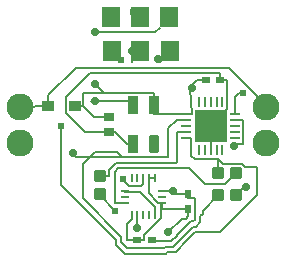
<source format=gbl>
G04 Layer_Physical_Order=2*
G04 Layer_Color=11436288*
%FSLAX24Y24*%
%MOIN*%
G70*
G01*
G75*
%ADD11C,0.0083*%
%ADD12C,0.0079*%
%ADD13C,0.0900*%
%ADD14C,0.0240*%
%ADD15C,0.0276*%
%ADD16C,0.0197*%
G04:AMPARAMS|DCode=17|XSize=39.4mil|YSize=39.4mil|CornerRadius=4.9mil|HoleSize=0mil|Usage=FLASHONLY|Rotation=270.000|XOffset=0mil|YOffset=0mil|HoleType=Round|Shape=RoundedRectangle|*
%AMROUNDEDRECTD17*
21,1,0.0394,0.0295,0,0,270.0*
21,1,0.0295,0.0394,0,0,270.0*
1,1,0.0098,-0.0148,-0.0148*
1,1,0.0098,-0.0148,0.0148*
1,1,0.0098,0.0148,0.0148*
1,1,0.0098,0.0148,-0.0148*
%
%ADD17ROUNDEDRECTD17*%
G04:AMPARAMS|DCode=18|XSize=39.4mil|YSize=39.4mil|CornerRadius=4.9mil|HoleSize=0mil|Usage=FLASHONLY|Rotation=180.000|XOffset=0mil|YOffset=0mil|HoleType=Round|Shape=RoundedRectangle|*
%AMROUNDEDRECTD18*
21,1,0.0394,0.0295,0,0,180.0*
21,1,0.0295,0.0394,0,0,180.0*
1,1,0.0098,-0.0148,0.0148*
1,1,0.0098,0.0148,0.0148*
1,1,0.0098,0.0148,-0.0148*
1,1,0.0098,-0.0148,-0.0148*
%
%ADD18ROUNDEDRECTD18*%
%ADD19R,0.0280X0.0240*%
%ADD20R,0.0335X0.0630*%
G04:AMPARAMS|DCode=21|XSize=63mil|YSize=33.5mil|CornerRadius=8.4mil|HoleSize=0mil|Usage=FLASHONLY|Rotation=90.000|XOffset=0mil|YOffset=0mil|HoleType=Round|Shape=RoundedRectangle|*
%AMROUNDEDRECTD21*
21,1,0.0630,0.0167,0,0,90.0*
21,1,0.0463,0.0335,0,0,90.0*
1,1,0.0167,0.0084,0.0231*
1,1,0.0167,0.0084,-0.0231*
1,1,0.0167,-0.0084,-0.0231*
1,1,0.0167,-0.0084,0.0231*
%
%ADD21ROUNDEDRECTD21*%
%ADD22O,0.0276X0.0098*%
%ADD23O,0.0098X0.0276*%
%ADD24R,0.0240X0.0280*%
%ADD25R,0.0354X0.0315*%
%ADD26R,0.1063X0.1063*%
%ADD27O,0.0098X0.0354*%
%ADD28O,0.0354X0.0098*%
%ADD29R,0.0394X0.0354*%
%ADD30R,0.0591X0.0709*%
D11*
X20866Y21614D02*
Y23583D01*
Y21614D02*
X22704Y19777D01*
X21390Y22550D02*
X22925D01*
X21270Y22670D02*
X21390Y22550D01*
X21375Y25522D02*
X26462D01*
X20453Y24600D02*
X21375Y25522D01*
X21684Y23376D02*
X22480D01*
X21060Y24000D02*
X21684Y23376D01*
X21060Y24000D02*
Y24540D01*
X21859Y25339D01*
X26156D01*
X21601Y24690D02*
X23967D01*
X21601Y24256D02*
Y24690D01*
X24699Y19365D02*
X25094Y19761D01*
X24426Y19365D02*
X24699D01*
X24384Y19323D02*
X24426Y19365D01*
X23001Y19323D02*
X24384D01*
X24623Y19547D02*
X24912Y19836D01*
X24350Y19547D02*
X24623D01*
X24309Y19506D02*
X24350Y19547D01*
X23077Y19506D02*
X24309D01*
X24547Y19730D02*
X24729Y19912D01*
X23901Y19730D02*
X24547D01*
X25094Y19780D02*
X25354Y20039D01*
X25094Y19761D02*
Y19780D01*
X24912Y19855D02*
X25279Y20222D01*
X24912Y19836D02*
Y19855D01*
X24729Y19931D02*
X25203Y20405D01*
X24729Y19912D02*
Y19931D01*
X25118Y20578D02*
Y20823D01*
X25028Y20488D02*
X25118Y20578D01*
X24911Y20488D02*
X25028D01*
X25293Y20405D02*
X25340Y20452D01*
X25203Y20405D02*
X25293D01*
X25369Y20222D02*
X25523Y20376D01*
X25279Y20222D02*
X25369D01*
X22886Y19696D02*
X23077Y19506D01*
X25354Y20039D02*
X26181D01*
X24450Y20028D02*
X24911Y20488D01*
X25617Y20656D02*
Y20755D01*
X25523Y20562D02*
X25617Y20656D01*
X25523Y20376D02*
Y20562D01*
X25340Y20452D02*
Y21170D01*
X22704Y19621D02*
Y19777D01*
Y19621D02*
X23001Y19323D01*
X26181Y20039D02*
X27402Y21260D01*
Y22205D01*
X27024D02*
X27402D01*
X26923Y22306D02*
X27024Y22205D01*
X26286Y22306D02*
X26923D01*
X26122Y22470D02*
X26286Y22306D01*
X26345Y21640D02*
X26713Y22008D01*
X25680Y21640D02*
X26345D01*
X27047Y21535D02*
Y21540D01*
X27020Y21567D02*
X27047Y21540D01*
X26713Y21260D02*
X27020Y21567D01*
X26462Y25522D02*
X27722Y24262D01*
Y24222D02*
Y24262D01*
X26811Y24685D02*
X26929D01*
X26673Y24547D02*
X26811Y24685D01*
X26673Y23976D02*
Y24547D01*
X26650Y22900D02*
X26710Y22960D01*
X26673Y23780D02*
X26960D01*
Y22960D02*
Y23780D01*
X26710Y22960D02*
X26960D01*
X25866Y23584D02*
X26082Y23800D01*
X25836Y23180D02*
X25897D01*
X25650Y23366D02*
X25836Y23180D01*
X24230Y20823D02*
Y21024D01*
X24220Y20500D02*
Y21024D01*
X23010Y21380D02*
X23506D01*
X23010D02*
Y21417D01*
X24447Y23497D02*
X24730Y23780D01*
X24447Y22550D02*
X24450D01*
X21601Y22320D02*
X22000Y22719D01*
X25227Y22573D02*
Y23189D01*
X25185Y24885D02*
X25418Y25118D01*
X25187Y24838D02*
X25230Y23985D01*
X25185Y24885D02*
X25187Y24838D01*
X25118Y21170D02*
X25340D01*
X23967Y23976D02*
X25059D01*
X21880Y24410D02*
X22020D01*
X23278D01*
X24111Y25810D02*
X24213Y25709D01*
X22296Y24690D02*
X23967D01*
X22020Y24966D02*
X22296Y24690D01*
X22020Y26700D02*
X24023D01*
X24173Y26850D01*
X24450Y23500D02*
X24730Y23780D01*
X24450Y22550D02*
Y23500D01*
X23228Y25709D02*
Y26070D01*
X25187Y24838D02*
Y24838D01*
X25230Y23985D02*
Y23985D01*
X22778Y22160D02*
X25160D01*
X22925Y22550D02*
X24447D01*
X22756Y22719D02*
X22925Y22550D01*
X22661Y21024D02*
Y22042D01*
X22778Y22160D01*
X24447Y22550D02*
Y23497D01*
X25897Y23180D02*
X26083Y23366D01*
X25866Y23150D02*
X25897Y23180D01*
X24220Y21024D02*
X24230D01*
X24232D01*
X24120D02*
X24220D01*
X25230Y23985D02*
X25230Y23976D01*
X24598Y21417D02*
X24610D01*
X21601Y24256D02*
X21605Y24252D01*
X24724Y21303D02*
X25118D01*
X24610Y21417D02*
X24724Y21303D01*
X25418Y25118D02*
X25705D01*
X25059Y23976D02*
X25230D01*
X24232Y21417D02*
X24598D01*
X25185Y24885D02*
X25230Y24840D01*
X21605Y24252D02*
X21989Y23868D01*
X21358Y24252D02*
X21605D01*
X23278Y24272D02*
Y24410D01*
X23425Y20180D02*
Y20610D01*
X23421Y19764D02*
X23650D01*
Y19930D01*
X24220Y20500D01*
X23010Y21417D02*
X23012D01*
X23506Y21380D02*
X24016Y20870D01*
Y20610D02*
Y20870D01*
X23819Y21325D02*
Y21831D01*
Y21325D02*
X24120Y21024D01*
X25617Y20755D02*
X26122Y21260D01*
X22886Y19696D02*
Y19884D01*
X21601Y21169D02*
X22886Y19884D01*
X21601Y21169D02*
Y22320D01*
X22000Y22719D02*
X22756D01*
X24730Y23780D02*
X25059D01*
X25118Y21170D02*
Y21303D01*
X23901Y19730D02*
Y19764D01*
X24230Y20823D02*
X25118D01*
X24750Y23386D02*
X25059D01*
X24750Y22370D02*
Y23386D01*
X24740Y22360D02*
X24750Y22370D01*
X23967Y24272D02*
Y24690D01*
X21989Y23868D02*
X22480D01*
X25160Y22160D02*
X25680Y21640D01*
X22661Y21024D02*
X23012D01*
X26156Y25339D02*
X26185Y25310D01*
Y25118D02*
Y25310D01*
X20453Y24252D02*
Y24600D01*
X26122Y22008D02*
Y22470D01*
X25330D02*
X26122D01*
X25227Y22573D02*
X25330Y22470D01*
X25059Y23189D02*
X25227D01*
X26083Y23799D02*
X26420Y24137D01*
Y25118D01*
X26185D02*
X26420D01*
X25866Y22776D02*
Y23150D01*
X23091Y19764D02*
X23421D01*
X23091D02*
Y20322D01*
X23228Y20459D01*
Y20610D01*
X23967Y23976D02*
Y24272D01*
X25866Y23583D02*
Y23584D01*
X26082Y23800D02*
X26083Y23799D01*
X20000Y24252D02*
X20453D01*
X19970Y24222D02*
X20000Y24252D01*
X19522Y24222D02*
X19970D01*
X23074Y22972D02*
X23278D01*
X22670Y23376D02*
X23074Y22972D01*
X22480Y23376D02*
X22670D01*
X23819Y21831D02*
X24016D01*
D12*
X24721Y22341D02*
X24740Y22360D01*
X22704Y22341D02*
X24721D01*
X22480Y22117D02*
X22704Y22341D01*
X22480Y21909D02*
Y22117D01*
X22165Y21909D02*
X22480D01*
X22165Y21260D02*
Y21319D01*
Y21260D02*
X22677Y20748D01*
X22953Y21772D02*
Y21811D01*
Y21772D02*
X23150Y21575D01*
X23543D01*
X23622Y21654D01*
Y21831D01*
D13*
X19522Y24222D02*
D03*
Y23022D02*
D03*
X27722D02*
D03*
Y24222D02*
D03*
D14*
X23268Y27362D02*
D03*
X20866Y23583D02*
D03*
X22874Y25787D02*
D03*
X26929Y24685D02*
D03*
X22677Y20748D02*
D03*
X22953Y21811D02*
D03*
D15*
X27047Y21535D02*
D03*
X26650Y22900D02*
D03*
X24111Y25810D02*
D03*
X22020Y24966D02*
D03*
Y26700D02*
D03*
X21270Y22670D02*
D03*
X23228Y26070D02*
D03*
X24598Y21417D02*
D03*
X25230Y24840D02*
D03*
X22020Y24410D02*
D03*
X23425Y20180D02*
D03*
X24450Y20028D02*
D03*
D16*
X25650Y23366D02*
D03*
X26083D02*
D03*
X25650Y23799D02*
D03*
X26083D02*
D03*
D17*
X22165Y21319D02*
D03*
Y21909D02*
D03*
D18*
X26122Y22008D02*
D03*
X26713D02*
D03*
X26122Y21260D02*
D03*
X26713D02*
D03*
D19*
X25705Y25118D02*
D03*
X26185D02*
D03*
X23421Y19764D02*
D03*
X23901D02*
D03*
D20*
X23967Y24272D02*
D03*
X23278D02*
D03*
Y22972D02*
D03*
D21*
X23967D02*
D03*
D22*
X24232Y21024D02*
D03*
Y21220D02*
D03*
Y21417D02*
D03*
X23012D02*
D03*
Y21220D02*
D03*
Y21024D02*
D03*
D23*
X24016Y21831D02*
D03*
X23819D02*
D03*
X23622D02*
D03*
X23425D02*
D03*
X23228D02*
D03*
Y20610D02*
D03*
X23425D02*
D03*
X23622D02*
D03*
X23819D02*
D03*
X24016D02*
D03*
D24*
X25118Y21303D02*
D03*
Y20823D02*
D03*
D25*
X22480Y23376D02*
D03*
Y23868D02*
D03*
D26*
X25866Y23583D02*
D03*
D27*
X26260Y24390D02*
D03*
X26063D02*
D03*
X25866D02*
D03*
X25669D02*
D03*
X25472D02*
D03*
Y22776D02*
D03*
X25669D02*
D03*
X25866D02*
D03*
X26063D02*
D03*
X26260D02*
D03*
D28*
X25059Y23976D02*
D03*
Y23780D02*
D03*
Y23583D02*
D03*
Y23386D02*
D03*
Y23189D02*
D03*
X26673D02*
D03*
Y23386D02*
D03*
Y23583D02*
D03*
Y23780D02*
D03*
Y23976D02*
D03*
D29*
X20453Y24252D02*
D03*
X21358D02*
D03*
D30*
X24508Y26063D02*
D03*
X23524D02*
D03*
X22579D02*
D03*
X22539Y27205D02*
D03*
X23524D02*
D03*
X24469D02*
D03*
M02*

</source>
